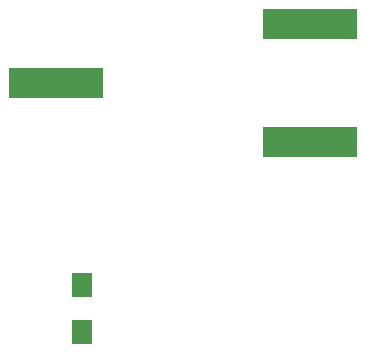
<source format=gbr>
%TF.GenerationSoftware,KiCad,Pcbnew,(5.1.4)-1*%
%TF.CreationDate,2020-02-28T23:00:37+08:00*%
%TF.ProjectId,Relay,52656c61-792e-46b6-9963-61645f706362,rev?*%
%TF.SameCoordinates,Original*%
%TF.FileFunction,Paste,Top*%
%TF.FilePolarity,Positive*%
%FSLAX46Y46*%
G04 Gerber Fmt 4.6, Leading zero omitted, Abs format (unit mm)*
G04 Created by KiCad (PCBNEW (5.1.4)-1) date 2020-02-28 23:00:37*
%MOMM*%
%LPD*%
G04 APERTURE LIST*
%ADD10R,8.000000X2.540000*%
%ADD11R,1.800000X2.000000*%
G04 APERTURE END LIST*
D10*
X94500000Y-44000000D03*
X94500000Y-54000000D03*
X73000000Y-49000000D03*
D11*
X75200000Y-66100000D03*
X75200000Y-70100000D03*
M02*

</source>
